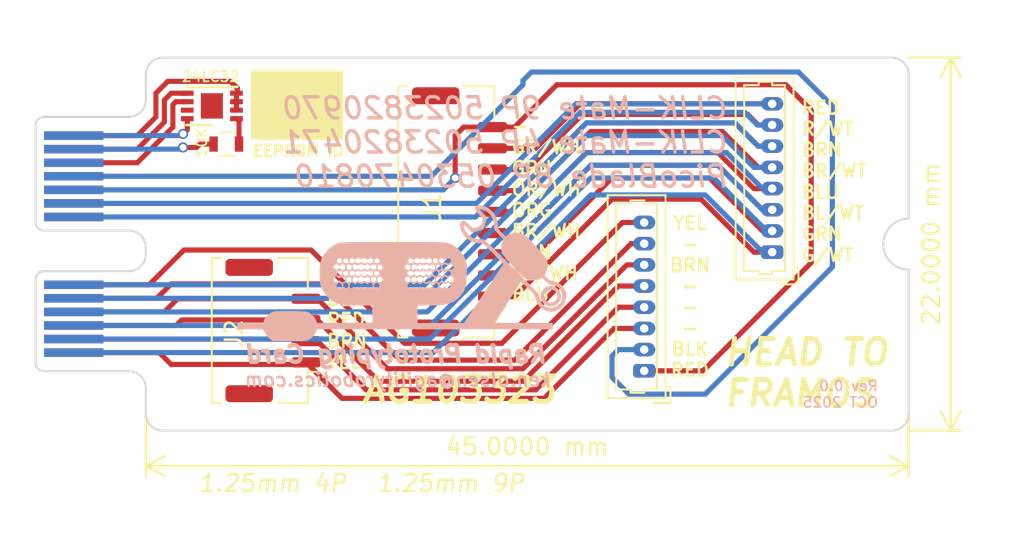
<source format=kicad_pcb>
(kicad_pcb (version 20211014) (generator pcbnew)
  (title_block (title "Beetje 32U4 Blok") (date "2018-08-10") (rev "0.0") (company "www.MakersBox.us") (comment 1 "648.ken@gmail.com"))
  (layers (0 "F.Cu" signal) (31 "B.Cu" signal) (34 "B.Paste" user) (35 "F.Paste" user) (36 "B.SilkS" user "B.Silkscreen") (37 "F.SilkS" user "F.Silkscreen") (38 "B.Mask" user) (39 "F.Mask" user) (44 "Edge.Cuts" user))
  (net 0 "")
  (net 1 "/10")
  (net 2 "/01")
  (net 3 "/02")
  (net 4 "/04")
  (net 5 "/05")
  (net 6 "/06")
  (net 7 "/07")
  (net 8 "/08")
  (net 9 "/09")
  (net 10 "/11")
  (net 11 "/12")
  (net 12 "/13")
  (net 13 "/14")
  (net 14 "/15")
  (net 15 "/16")
  (net 16 "/17")
  (net 17 "/18")
  (net 18 "/19")
  (net 19 "/20")
  (net 20 "/03")
  (net 21 "/D2_SDA")
  (net 22 "GND")
  (net 23 "/D3_SCL")
  (net 24 "+5V")
  (net 25 "/A")
  (net 26 "Net-(R1-Pad1)")
  (net 28 "/RESET")
  (footprint "footprints:MEC8-113-CARD_2" (layer "F.Cu") (at 0 -0.1 90)
    (fp_text reference "X0")
    (fp_text value "Card Edge")
    (fp_line (start -1 47.5) (end -1 7.5) (layer "Edge.Cuts") (width 0.12))
    (fp_line (start 17.5 0.5) (end 17.5 5.5) (layer "Edge.Cuts") (width 0.12))
    (fp_line (start 8.5 51.5) (end 1 51.5) (layer "Edge.Cuts") (width 0.12))
    (fp_line (start 8.4 0.5) (end 8.4 5.5) (layer "Edge.Cuts") (width 0.12))
    (fp_line (start 19 51.5) (end 20 51.5) (layer "Edge.Cuts") (width 0.12))
    (fp_line (start 19 6.5) (end 20 6.5) (layer "Edge.Cuts") (width 0.12))
    (fp_line (start 2.5 0.5) (end 2.5 5.5) (layer "Edge.Cuts") (width 0.12))
    (fp_line (start 0 6.5) (end 1 6.5) (layer "Edge.Cuts") (width 0.12))
    (fp_line (start 17 0) (end 11.3 0) (layer "Edge.Cuts") (width 0.12))
    (fp_line (start 21 50.5) (end 21 47.5) (layer "Edge.Cuts") (width 0.12))
    (fp_line (start 1 6.5) (end 1.5 6.5) (layer "Edge.Cuts") (width 0.12))
    (fp_line (start 21 7.5) (end 21 47.5) (layer "Edge.Cuts") (width 0.12))
    (fp_line (start -1 50.5) (end -1 47.5) (layer "Edge.Cuts") (width 0.12))
    (fp_line (start 0 51.5) (end 1 51.5) (layer "Edge.Cuts") (width 0.12))
    (fp_line (start 18.5 6.5) (end 19 6.5) (layer "Edge.Cuts") (width 0.12))
    (fp_line (start 10.8 5.5) (end 10.8 0.5) (layer "Edge.Cuts") (width 0.12))
    (fp_line (start 11.5 51.5) (end 19 51.5) (layer "Edge.Cuts") (width 0.12))
    (fp_line (start 3 0) (end 7.9 0) (layer "Edge.Cuts") (width 0.12))
    (fp_line (start 9.4 6.5) (end 9.8 6.5) (layer "Edge.Cuts") (width 0.12))
    (fp_arc (start -1 7.5) (mid -0.707107 6.792893) (end 0 6.5) (layer "Edge.Cuts") (width 0.12))
    (fp_arc (start 2.5 5.5) (mid 2.207107 6.207107) (end 1.5 6.5) (layer "Edge.Cuts") (width 0.12))
    (fp_arc (start 17 0) (mid 17.353553 0.146447) (end 17.5 0.5) (layer "Edge.Cuts") (width 0.12))
    (fp_arc (start 21 50.5) (mid 20.707107 51.207107) (end 20 51.5) (layer "Edge.Cuts") (width 0.12))
    (fp_arc (start 18.5 6.5) (mid 17.792893 6.207107) (end 17.5 5.5) (layer "Edge.Cuts") (width 0.12))
    (fp_arc (start 9.4 6.5) (mid 8.692893 6.207107) (end 8.4 5.5) (layer "Edge.Cuts") (width 0.12))
    (fp_arc (start 0 51.5) (mid -0.707107 51.207107) (end -1 50.5) (layer "Edge.Cuts") (width 0.12))
    (fp_arc (start 10.8 0.5) (mid 10.946447 0.146447) (end 11.3 0) (layer "Edge.Cuts") (width 0.12))
    (fp_arc (start 8.5 51.5) (mid 10 50) (end 11.5 51.5) (layer "Edge.Cuts") (width 0.12))
    (fp_arc (start 10.8 5.5) (mid 10.507107 6.207107) (end 9.8 6.5) (layer "Edge.Cuts") (width 0.12))
    (fp_arc (start 2.5 0.5) (mid 2.646447 0.146447) (end 3 0) (layer "Edge.Cuts") (width 0.12))
    (fp_arc (start 20 6.5) (mid 20.707107 6.792893) (end 21 7.5) (layer "Edge.Cuts") (width 0.12))
    (fp_arc (start 7.9 0) (mid 8.253553 0.146447) (end 8.4 0.5) (layer "Edge.Cuts") (width 0.12))
    (pad "1" smd rect locked (at 3.6 2.25 90) (size 0.5 3.5) (layers "B.Cu" "B.Paste" "B.Mask") (net 2 "/01"))
    (pad "2" smd rect locked (at 4.4 2.25 90) (size 0.5 3.5) (layers "B.Cu" "B.Paste" "B.Mask") (net 3 "/02"))
    (pad "3" smd rect locked (at 5.2 2.25 90) (size 0.5 3.5) (layers "B.Cu" "B.Paste" "B.Mask") (net 20 "/03"))
    (pad "4" smd rect locked (at 6 2.25 90) (size 0.5 3.5) (layers "B.Cu" "B.Paste" "B.Mask") (net 4 "/04"))
    (pad "5" smd rect locked (at 6.8 2.25 90) (size 0.5 3.5) (layers "B.Cu" "B.Paste" "B.Mask") (net 5 "/05"))
    (pad "6" smd rect locked (at 7.6 2.25 90) (size 0.5 3.5) (layers "B.Cu" "B.Paste" "B.Mask") (net 6 "/06"))
    (pad "7" smd rect locked (at 11.6 2.25 90) (size 0.5 3.5) (layers "B.Cu" "B.Paste" "B.Mask") (net 7 "/07"))
    (pad "8" smd rect locked (at 12.4 2.25 90) (size 0.5 3.5) (layers "B.Cu" "B.Paste" "B.Mask") (net 8 "/08"))
    (pad "9" smd rect locked (at 13.2 2.25 90) (size 0.5 3.5) (layers "B.Cu" "B.Paste" "B.Mask") (net 9 "/09"))
    (pad "10" smd rect locked (at 14 2.25 90) (size 0.5 3.5) (layers "B.Cu" "B.Paste" "B.Mask") (net 1 "/10"))
    (pad "11" smd rect locked (at 14.8 2.25 90) (size 0.5 3.5) (layers "B.Cu" "B.Paste" "B.Mask") (net 28 "/RESET"))
    (pad "12" smd rect locked (at 15.6 2.25 90) (size 0.5 3.5) (layers "B.Cu" "B.Paste" "B.Mask") (net 25 "/A"))
    (pad "13" smd rect locked (at 16.4 2.25 90) (size 0.5 3.5) (layers "B.Cu" "B.Paste" "B.Mask") (net 24 "+5V"))
    (pad "14" smd rect locked (at 3.6 2.25 90) (size 0.5 3.5) (layers "F.Cu" "F.Paste" "F.Mask") (net 10 "/11"))
    (pad "15" smd rect locked (at 4.4 2.25 90) (size 0.5 3.5) (layers "F.Cu" "F.Paste" "F.Mask") (net 11 "/12"))
    (pad "16" smd rect locked (at 5.2 2.25 90) (size 0.5 3.5) (layers "F.Cu" "F.Paste" "F.Mask") (net 12 "/13"))
    (pad "17" smd rect locked (at 6 2.25 90) (size 0.5 3.5) (layers "F.Cu" "F.Paste" "F.Mask") (net 13 "/14"))
    (pad "18" smd rect locked (at 6.8 2.25 90) (size 0.5 3.5) (layers "F.Cu" "F.Paste" "F.Mask") (net 14 "/15"))
    (pad "19" smd rect locked (at 7.6 2.25 90) (size 0.5 3.5) (layers "F.Cu" "F.Paste" "F.Mask") (net 15 "/16"))
    (pad "20" smd rect locked (at 11.6 2.25 90) (size 0.5 3.5) (layers "F.Cu" "F.Paste" "F.Mask") (net 16 "/17"))
    (pad "21" smd rect locked (at 12.4 2.25 90) (size 0.5 3.5) (layers "F.Cu" "F.Paste" "F.Mask") (net 17 "/18"))
    (pad "22" smd rect locked (at 13.2 2.25 90) (size 0.5 3.5) (layers "F.Cu" "F.Paste" "F.Mask") (net 18 "/19"))
    (pad "23" smd rect locked (at 14 2.25 90) (size 0.5 3.5) (layers "F.Cu" "F.Paste" "F.Mask") (net 19 "/20"))
    (pad "24" smd rect locked (at 14.8 2.25 90) (size 0.5 3.5) (layers "F.Cu" "F.Paste" "F.Mask") (net 23 "/D3_SCL"))
    (pad "25" smd rect locked (at 15.6 2.25 90) (size 0.5 3.5) (layers "F.Cu" "F.Paste" "F.Mask") (net 21 "/D2_SDA"))
    (pad "26" smd rect locked (at 16.4 2.25 90) (size 0.5 3.5) (layers "F.Cu" "F.Paste" "F.Mask") (net 22 "GND"))
  )
  (footprint "footprints:DFN-8-1EP_3x2mm" (layer "F.Cu") (at 10.4 -18.25 180)
    (fp_text reference "U1" hide)
    (fp_text value "24LC32" (at 0.075 1.725 180) (layer "F.SilkS") (effects (font (size 0.6 0.6) (thickness 0.1))))
    (pad "1" smd rect locked (at -1.45 -0.75 180) (size 0.75 0.3) (layers "F.Cu" "F.Paste" "F.Mask") (net 26 "Net-(R1-Pad1)"))
    (pad "2" smd rect locked (at -1.45 -0.25 180) (size 0.75 0.3) (layers "F.Cu" "F.Paste" "F.Mask") (net 22 "GND"))
    (pad "3" smd rect locked (at -1.45 0.25 180) (size 0.75 0.3) (layers "F.Cu" "F.Paste" "F.Mask") (net 22 "GND"))
    (pad "4" smd rect locked (at -1.45 0.75 180) (size 0.75 0.3) (layers "F.Cu" "F.Paste" "F.Mask") (net 22 "GND"))
    (pad "5" smd rect locked (at 1.45 0.75 180) (size 0.75 0.3) (layers "F.Cu" "F.Paste" "F.Mask") (net 21 "/D2_SDA"))
    (pad "6" smd rect locked (at 1.45 0.25 180) (size 0.75 0.3) (layers "F.Cu" "F.Paste" "F.Mask") (net 23 "/D3_SCL"))
    (pad "7" smd rect locked (at 1.45 -0.25 180) (size 0.75 0.3) (layers "F.Cu" "F.Paste" "F.Mask"))
    (pad "8" smd rect locked (at 1.45 -0.75 180) (size 0.75 0.3) (layers "F.Cu" "F.Paste" "F.Mask") (net 24 "+5V"))
    (pad "9" smd rect locked (at 0 0 180) (size 1.3 1.5) (layers "F.Cu" "F.Mask"))
  )
  (footprint "footprints:R_0603" (layer "F.Cu") (at 11.25 -16 180)
    (fp_text reference "R1")
    (fp_text value "10K" (at 1.45 0.1 90) (layer "F.SilkS") (effects (font (size 0.6 0.6) (thickness 0.1))))
    (pad "1" smd rect locked (at -0.75 0 180) (size 0.5 0.9) (layers "F.Cu" "F.Paste" "F.Mask") (net 26 "Net-(R1-Pad1)"))
    (pad "2" smd rect locked (at 0.75 0 180) (size 0.5 0.9) (layers "F.Cu" "F.Paste" "F.Mask") (net 25 "/A"))
  )
  (footprint "footprints:Molex_CLIK-Mate_502382-0970_1x09-1MP_P1.25mm_Vertical" (layer "F.Cu") (at 25 -12 90)
    (fp_text reference "J1" (at 0.3 -1.6 90) (layer "F.SilkS"))
    (fp_text value "1.25mm 9P" (at -16 -0.5 180) (layer "F.SilkS") (effects (font (thickness 0.15) italic)))
    (pad "1" smd roundrect (at -5 1.95 90) (size 0.6 1.7) (layers "F.Cu" "F.Paste" "F.Mask") (net 2 "/01"))
    (pad "2" smd roundrect (at -3.75 1.95 90) (size 0.6 1.7) (layers "F.Cu" "F.Paste" "F.Mask") (net 3 "/02"))
    (pad "3" smd roundrect (at -2.5 1.95 90) (size 0.6 1.7) (layers "F.Cu" "F.Paste" "F.Mask") (net 20 "/03"))
    (pad "4" smd roundrect (at -1.25 1.95 90) (size 0.6 1.7) (layers "F.Cu" "F.Paste" "F.Mask") (net 4 "/04"))
    (pad "5" smd roundrect (at 0 1.95 90) (size 0.6 1.7) (layers "F.Cu" "F.Paste" "F.Mask") (net 5 "/05"))
    (pad "6" smd roundrect (at 1.25 1.95 90) (size 0.6 1.7) (layers "F.Cu" "F.Paste" "F.Mask") (net 6 "/06"))
    (pad "7" smd roundrect (at 2.5 1.95 90) (size 0.6 1.7) (layers "F.Cu" "F.Paste" "F.Mask") (net 7 "/07"))
    (pad "8" smd roundrect (at 3.75 1.95 90) (size 0.6 1.7) (layers "F.Cu" "F.Paste" "F.Mask") (net 8 "/08"))
    (pad "9" smd roundrect (at 5 1.95 90) (size 0.6 1.7) (layers "F.Cu" "F.Paste" "F.Mask") (net 9 "/09"))
    (pad "MP" smd roundrect (at -6.85 -1.4 90) (size 1 2.8) (layers "F.Cu" "F.Paste" "F.Mask"))
    (pad "MP" smd roundrect (at 6.85 -1.4 90) (size 1 2.8) (layers "F.Cu" "F.Paste" "F.Mask"))
  )
  (footprint "footprints:Molex_CLIK-Mate_502382-0470_1x04-1MP_P1.25mm_Vertical" (layer "F.Cu") (at 14 -5 90)
    (fp_text reference "J2" (at -0.2 -2.3 90) (layer "F.SilkS"))
    (fp_text value "1.25mm 4P" (at -9 0 180) (layer "F.SilkS") (effects (font (thickness 0.15) italic)))
    (pad "1" smd roundrect (at -1.875 1.95 90) (size 0.6 1.7) (layers "F.Cu" "F.Paste" "F.Mask") (net 10 "/11"))
    (pad "2" smd roundrect (at -0.625 1.95 90) (size 0.6 1.7) (layers "F.Cu" "F.Paste" "F.Mask") (net 11 "/12"))
    (pad "3" smd roundrect (at 0.625 1.95 90) (size 0.6 1.7) (layers "F.Cu" "F.Paste" "F.Mask") (net 12 "/13"))
    (pad "4" smd roundrect (at 1.875 1.95 90) (size 0.6 1.7) (layers "F.Cu" "F.Paste" "F.Mask") (net 13 "/14"))
    (pad "MP" smd roundrect (at -3.725 -1.4 90) (size 1 2.8) (layers "F.Cu" "F.Paste" "F.Mask"))
    (pad "MP" smd roundrect (at 3.725 -1.4 90) (size 1 2.8) (layers "F.Cu" "F.Paste" "F.Mask"))
  )
  (footprint "footprints:Molex_PicoBlade_53047-0810_1x08_P1.25mm_Vertical" (layer "F.Cu") (at 35.9 -2.625 90)
    (fp_text reference "J4")
    (fp_text value "PicoBade 8P")
    (pad "1" thru_hole roundrect (at 0 0 90) (size 0.8 1.3) (drill 0.5) (layers *.Cu *.Mask) (net 9 "/09"))
    (pad "2" thru_hole oval (at 1.25 0 90) (size 0.8 1.3) (drill 0.5) (layers *.Cu *.Mask) (net 1 "/10"))
    (pad "3" thru_hole oval (at 2.5 0 90) (size 0.8 1.3) (drill 0.5) (layers *.Cu *.Mask) (net 10 "/11"))
    (pad "4" thru_hole oval (at 3.75 0 90) (size 0.8 1.3) (drill 0.5) (layers *.Cu *.Mask) (net 11 "/12"))
    (pad "5" thru_hole oval (at 5 0 90) (size 0.8 1.3) (drill 0.5) (layers *.Cu *.Mask) (net 12 "/13"))
    (pad "6" thru_hole oval (at 6.25 0 90) (size 0.8 1.3) (drill 0.5) (layers *.Cu *.Mask) (net 13 "/14"))
    (pad "7" thru_hole oval (at 7.5 0 90) (size 0.8 1.3) (drill 0.5) (layers *.Cu *.Mask) (net 14 "/15"))
    (pad "8" thru_hole oval (at 8.75 0 90) (size 0.8 1.3) (drill 0.5) (layers *.Cu *.Mask) (net 15 "/16"))
  )
  (footprint "footprints:Molex_PicoBlade_53047-0810_1x08_P1.25mm_Vertical" (layer "F.Cu") (at 43.45 -9.625 90)
    (fp_text reference "J3")
    (fp_text value "PicoBade 8P")
    (pad "1" thru_hole roundrect (at 0 0 90) (size 0.8 1.3) (drill 0.5) (layers *.Cu *.Mask) (net 2 "/01"))
    (pad "2" thru_hole oval (at 1.25 0 90) (size 0.8 1.3) (drill 0.5) (layers *.Cu *.Mask) (net 3 "/02"))
    (pad "3" thru_hole oval (at 2.5 0 90) (size 0.8 1.3) (drill 0.5) (layers *.Cu *.Mask) (net 20 "/03"))
    (pad "4" thru_hole oval (at 3.75 0 90) (size 0.8 1.3) (drill 0.5) (layers *.Cu *.Mask) (net 4 "/04"))
    (pad "5" thru_hole oval (at 5 0 90) (size 0.8 1.3) (drill 0.5) (layers *.Cu *.Mask) (net 5 "/05"))
    (pad "6" thru_hole oval (at 6.25 0 90) (size 0.8 1.3) (drill 0.5) (layers *.Cu *.Mask) (net 6 "/06"))
    (pad "7" thru_hole oval (at 7.5 0 90) (size 0.8 1.3) (drill 0.5) (layers *.Cu *.Mask) (net 7 "/07"))
    (pad "8" thru_hole oval (at 8.75 0 90) (size 0.8 1.3) (drill 0.5) (layers *.Cu *.Mask) (net 8 "/08"))
  )
  (footprint "footprints:Digiroy" (layer "B.Cu") (at 21.6 -8.4 180)
    (fp_text reference "G***" hide)
    (fp_text value "LOGO" hide)
  )
  (gr_poly (pts (xy 18.1 -16.3) (xy 12.75 -16.3) (xy 12.75 -20.3) (xy 18.1 -20.3)) (layer "F.SilkS") (width 0.1) (fill solid))
  (gr_text "Rev 0.0\nOCT 2025" (at 49.75 -1.25) (layer "B.SilkS") (effects (font (size 0.6 0.6) (thickness 0.1)) (justify left mirror)))
  (gr_text "ken.olsen@agilityrobotics.com" (at 21.4 -2.1) (layer "B.SilkS") (effects (font (size 0.8 0.8) (thickness 0.15) italic) (justify mirror)))
  (gr_text "CLIK-Mate 9P 5023820970\nCLIK-Mate 4P 5023820471\nPicoBlade 8P 0530470810" (at 41 -16.1) (layer "B.SilkS") (effects (font (size 1.25 1.25) (thickness 0.2) italic) (justify left mirror)))
  (gr_text "Rapid Prototyping Card" (at 21.3 -3.6) (layer "B.SilkS") (effects (font (size 1 1) (thickness 0.25) italic) (justify mirror)))
  (gr_text "EEPROM ID" (at 15.5 -15.6) (layer "F.SilkS") (effects (font (size 0.65 0.65))))
  (gr_text "-\nGR/WH\nGRN\nOR/WH\nORG\nBR/WH\nBRN\nBL/WH\nBLU\n" (at 28 -12.1) (layer "F.SilkS") (effects (font (size 0.77 0.77)) (justify left)))
  (gr_text "RED\nR/WT\nBRN\nBR/WT\nBLU\nBL/WT\nGRN\nG/WT" (at 45.1 -13.8) (layer "F.SilkS") (effects (font (size 0.77 0.77)) (justify left)))
  (gr_text "AG103323\n" (at 25 -1.5) (layer "F.SilkS") (effects (font (size 1.5 1.5) (thickness 0.3) italic)))
  (gr_text "HEAD TO \nFRAMOS" (at 40.5 -2.5) (layer "F.SilkS") (effects (font (size 1.5 1.5) (thickness 0.3) italic) (justify left)))
  (gr_text "BLK\nRED\nBRN\nYEL" (at 17.1 -5) (layer "F.SilkS") (effects (font (size 0.77 0.77)) (justify left)))
  (gr_text "YEL\n-\nBRN\n-\n-\n-\nBLK\nRED" (at 38.6 -7) (layer "F.SilkS") (effects (font (size 0.77 0.77))))
  (dimension (type aligned) (layer "F.SilkS") (pts (xy 51.5 -0.1) (xy 6.5 -0.1)) (height -3.1) (gr_text "45.0000 mm" (at 29 1.85) (layer "F.SilkS") (effects (font (size 1 1) (thickness 0.15)))) (format (units 2) (units_format 1) (precision 4)) (style (thickness 0.15) (arrow_length 1.27) (text_position_mode 0) (extension_height 0.58642) (extension_offset 0) keep_text_aligned))
  (dimension (type aligned) (layer "F.SilkS") (pts (xy 51.475 -21.1) (xy 51.475 0.9)) (height -2.5) (gr_text "22.0000 mm" (at 52.825 -10.1 90) (layer "F.SilkS") (effects (font (size 1 1) (thickness 0.15)))) (format (units 2) (units_format 1) (precision 4)) (style (thickness 0.15) (arrow_length 1.27) (text_position_mode 0) (extension_height 0.58642) (extension_offset 0) keep_text_aligned))
  (segment (start 28.75 -19.5) (end 28.75 -19.75) (width 0.3048) (layer "B.Cu") (net 1))
  (segment (start 47 -18.25) (end 47 -8.75) (width 0.3048) (layer "B.Cu") (net 1))
  (segment (start 35 -1.25) (end 34 -2.25) (width 0.3048) (layer "B.Cu") (net 1))
  (segment (start 34 -2.25) (end 34 -3.5) (width 0.3048) (layer "B.Cu") (net 1))
  (segment (start 34.375 -3.875) (end 35.9 -3.875) (width 0.3048) (layer "B.Cu") (net 1))
  (segment (start 45 -20.25) (end 47 -18.25) (width 0.3048) (layer "B.Cu") (net 1))
  (segment (start 23.35 -14.1) (end 28.75 -19.5) (width 0.3048) (layer "B.Cu") (net 1))
  (segment (start 47 -8.75) (end 39.5 -1.25) (width 0.3048) (layer "B.Cu") (net 1))
  (segment (start 28.75 -19.75) (end 29.25 -20.25) (width 0.3048) (layer "B.Cu") (net 1))
  (segment (start 29.25 -20.25) (end 45 -20.25) (width 0.3048) (layer "B.Cu") (net 1))
  (segment (start 34 -3.5) (end 34.375 -3.875) (width 0.3048) (layer "B.Cu") (net 1))
  (segment (start 39.5 -1.25) (end 35 -1.25) (width 0.3048) (layer "B.Cu") (net 1))
  (segment (start 2.25 -14.1) (end 23.35 -14.1) (width 0.3048) (layer "B.Cu") (net 1))
  (segment (start 42.375 -9.625) (end 39.25 -12.75) (width 0.3048) (layer "F.Cu") (net 2))
  (segment (start 39.25 -12.75) (end 34 -12.75) (width 0.3048) (layer "F.Cu") (net 2))
  (segment (start 34 -12.75) (end 28.25 -7) (width 0.3048) (layer "F.Cu") (net 2))
  (segment (start 28.25 -7) (end 26.95 -7) (width 0.3048) (layer "F.Cu") (net 2))
  (segment (start 43.45 -9.625) (end 42.375 -9.625) (width 0.3048) (layer "F.Cu") (net 2))
  (segment (start 43.45 -9.625) (end 42.875 -9.625) (width 0.3048) (layer "B.Cu") (net 2))
  (segment (start 39.5 -13) (end 32.75 -13) (width 0.3048) (layer "B.Cu") (net 2))
  (segment (start 32.75 -13) (end 23.45 -3.7) (width 0.3048) (layer "B.Cu") (net 2))
  (segment (start 42.875 -9.625) (end 39.5 -13) (width 0.3048) (layer "B.Cu") (net 2))
  (segment (start 23.45 -3.7) (end 2.25 -3.7) (width 0.3048) (layer "B.Cu") (net 2))
  (segment (start 43.45 -10.875) (end 42.875 -10.875) (width 0.3048) (layer "F.Cu") (net 3))
  (segment (start 28.25 -8.25) (end 34 -14) (width 0.3048) (layer "F.Cu") (net 3))
  (segment (start 39.75 -14) (end 34 -14) (width 0.3048) (layer "F.Cu") (net 3))
  (segment (start 26.95 -8.25) (end 28.25 -8.25) (width 0.3048) (layer "F.Cu") (net 3))
  (segment (start 39.75 -14) (end 42.875 -10.875) (width 0.3048) (layer "F.Cu") (net 3))
  (segment (start 43.45 -10.875) (end 43.125 -10.875) (width 0.3048) (layer "B.Cu") (net 3))
  (segment (start 40 -14) (end 32.75 -14) (width 0.3048) (layer "B.Cu") (net 3))
  (segment (start 43.125 -10.875) (end 40 -14) (width 0.3048) (layer "B.Cu") (net 3))
  (segment (start 23.25 -4.5) (end 2.25 -4.5) (width 0.3048) (layer "B.Cu") (net 3))
  (segment (start 32.75 -14) (end 23.25 -4.5) (width 0.3048) (layer "B.Cu") (net 3))
  (segment (start 42.375 -13.375) (end 40.25 -15.5) (width 0.3048) (layer "F.Cu") (net 4))
  (segment (start 27.75 -10.75) (end 26.95 -10.75) (width 0.3048) (layer "F.Cu") (net 4))
  (segment (start 32.5 -15.5) (end 27.75 -10.75) (width 0.3048) (layer "F.Cu") (net 4))
  (segment (start 40.25 -15.5) (end 32.5 -15.5) (width 0.3048) (layer "F.Cu") (net 4))
  (segment (start 43.45 -13.375) (end 42.375 -13.375) (width 0.3048) (layer "F.Cu") (net 4))
  (segment (start 32.5 -15.5) (end 40.75 -15.5) (width 0.3048) (layer "B.Cu") (net 4))
  (segment (start 23.1 -6.1) (end 32.5 -15.5) (width 0.3048) (layer "B.Cu") (net 4))
  (segment (start 2.25 -6.1) (end 23.1 -6.1) (width 0.3048) (layer "B.Cu") (net 4))
  (segment (start 40.75 -15.5) (end 42.75 -13.5) (width 0.3048) (layer "B.Cu") (net 4))
  (segment (start 32.7404 -16.7404) (end 28 -12) (width 0.3048) (layer "F.Cu") (net 5))
  (segment (start 43.45 -14.625) (end 42.625 -14.625) (width 0.3048) (layer "F.Cu") (net 5))
  (segment (start 42.625 -14.625) (end 40.5096 -16.7404) (width 0.3048) (layer "F.Cu") (net 5))
  (segment (start 28 -12) (end 26.95 -12) (width 0.3048) (layer "F.Cu") (net 5))
  (segment (start 40.5096 -16.7404) (end 32.7404 -16.7404) (width 0.3048) (layer "F.Cu") (net 5))
  (segment (start 42.375 -14.625) (end 43.45 -14.625) (width 0.3048) (layer "B.Cu") (net 5))
  (segment (start 22.9 -6.9) (end 32.5 -16.5) (width 0.3048) (layer "B.Cu") (net 5))
  (segment (start 2.25 -6.9) (end 22.9 -6.9) (width 0.3048) (layer "B.Cu") (net 5))
  (segment (start 40.5 -16.5) (end 42.375 -14.625) (width 0.3048) (layer "B.Cu") (net 5))
  (segment (start 32.5 -16.5) (end 40.5 -16.5) (width 0.3048) (layer "B.Cu") (net 5))
  (segment (start 32.4952 -17.2452) (end 28.5 -13.25) (width 0.3048) (layer "F.Cu") (net 6))
  (segment (start 42.625 -15.875) (end 41.2548 -17.2452) (width 0.3048) (layer "F.Cu") (net 6))
  (segment (start 41.2548 -17.2452) (end 32.4952 -17.2452) (width 0.3048) (layer "F.Cu") (net 6))
  (segment (start 43.45 -15.875) (end 42.625 -15.875) (width 0.3048) (layer "F.Cu") (net 6))
  (segment (start 28.5 -13.25) (end 26.95 -13.25) (width 0.3048) (layer "F.Cu") (net 6))
  (segment (start 2.25 -7.7) (end 22.95 -7.7) (width 0.3048) (layer "B.Cu") (net 6))
  (segment (start 22.95 -7.7) (end 32.5 -17.25) (width 0.3048) (layer "B.Cu") (net 6))
  (segment (start 42.625 -15.875) (end 43.45 -15.875) (width 0.3048) (layer "B.Cu") (net 6))
  (segment (start 32.5 -17.25) (end 41.25 -17.25) (width 0.3048) (layer "B.Cu") (net 6))
  (segment (start 41.25 -17.25) (end 42.625 -15.875) (width 0.3048) (layer "B.Cu") (net 6))
  (segment (start 43.45 -17.125) (end 42.625 -17.125) (width 0.3048) (layer "F.Cu") (net 7))
  (segment (start 32.25 -17.75) (end 29 -14.5) (width 0.3048) (layer "F.Cu") (net 7))
  (segment (start 42 -17.75) (end 32.25 -17.75) (width 0.3048) (layer "F.Cu") (net 7))
  (segment (start 29 -14.5) (end 26.95 -14.5) (width 0.3048) (layer "F.Cu") (net 7))
  (segment (start 42.625 -17.125) (end 42 -17.75) (width 0.3048) (layer "F.Cu") (net 7))
  (segment (start 43.45 -17.125) (end 42.575 -17.125) (width 0.3048) (layer "B.Cu") (net 7))
  (segment (start 42.575 -17.125) (end 41.8298 -17.8702) (width 0.3048) (layer "B.Cu") (net 7))
  (segment (start 2.25 -11.7) (end 25.95 -11.7) (width 0.3048) (layer "B.Cu") (net 7))
  (segment (start 32.1202 -17.8702) (end 41.8298 -17.8702) (width 0.3048) (layer "B.Cu") (net 7))
  (segment (start 25.95 -11.7) (end 32.1202 -17.8702) (width 0.3048) (layer "B.Cu") (net 7))
  (segment (start 43.45 -18.375) (end 32.125 -18.375) (width 0.3048) (layer "F.Cu") (net 8))
  (segment (start 32.125 -18.375) (end 29.5 -15.75) (width 0.3048) (layer "F.Cu") (net 8))
  (segment (start 29.5 -15.75) (end 26.95 -15.75) (width 0.3048) (layer "F.Cu") (net 8))
  (segment (start 43.45 -18.375) (end 31.875 -18.375) (width 0.3048) (layer "B.Cu") (net 8))
  (segment (start 26 -12.5) (end 2.25 -12.5) (width 0.3048) (layer "B.Cu") (net 8))
  (segment (start 31.875 -18.375) (end 26 -12.5) (width 0.3048) (layer "B.Cu") (net 8))
  (segment (start 39.375 -2.625) (end 35.9 -2.625) (width 0.3048) (layer "F.Cu") (net 9))
  (segment (start 45.75 -18) (end 45.75 -9) (width 0.3048) (layer "F.Cu") (net 9))
  (segment (start 45.75 -9) (end 39.375 -2.625) (width 0.3048) (layer "F.Cu") (net 9))
  (segment (start 24.75 -16.5) (end 25.25 -17) (width 0.3048) (layer "F.Cu") (net 9))
  (segment (start 30.75 -19.5) (end 44.25 -19.5) (width 0.3048) (layer "F.Cu") (net 9))
  (segment (start 28.25 -17) (end 30.75 -19.5) (width 0.3048) (layer "F.Cu") (net 9))
  (segment (start 24.75 -14) (end 24.75 -16.5) (width 0.3048) (layer "F.Cu") (net 9))
  (segment (start 25.25 -17) (end 26.95 -17) (width 0.3048) (layer "F.Cu") (net 9))
  (segment (start 44.25 -19.5) (end 45.75 -18) (width 0.3048) (layer "F.Cu") (net 9))
  (segment (start 26.95 -17) (end 28.25 -17) (width 0.3048) (layer "F.Cu") (net 9))
  (via (at 24.75 -14) (size 0.6) (drill 0.4) (layers "F.Cu" "B.Cu") (net 9))
  (segment (start 2.25 -13.3) (end 24.05 -13.3) (width 0.3048) (layer "B.Cu") (net 9))
  (segment (start 24.05 -13.3) (end 24.75 -14) (width 0.3048) (layer "B.Cu") (net 9))
  (segment (start 7.3 -3.7) (end 8 -3) (width 0.3048) (layer "F.Cu") (net 10))
  (segment (start 2.25 -3.7) (end 7.3 -3.7) (width 0.3048) (layer "F.Cu") (net 10))
  (segment (start 8 -3) (end 15.825 -3) (width 0.3048) (layer "F.Cu") (net 10))
  (segment (start 15.825 -3) (end 15.95 -3.125) (width 0.3048) (layer "F.Cu") (net 10))
  (segment (start 15.95 -3.125) (end 18.075 -1) (width 0.3048) (layer "F.Cu") (net 10))
  (segment (start 34.125 -5.125) (end 35.9 -5.125) (width 0.3048) (layer "F.Cu") (net 10))
  (segment (start 30 -1) (end 34.125 -5.125) (width 0.3048) (layer "F.Cu") (net 10))
  (segment (start 18.075 -1) (end 30 -1) (width 0.3048) (layer "F.Cu") (net 10))
  (segment (start 19.4952 -1.5048) (end 16.625 -4.375) (width 0.3048) (layer "F.Cu") (net 11))
  (segment (start 15.825 -4.5) (end 15.95 -4.375) (width 0.3048) (layer "F.Cu") (net 11))
  (segment (start 16.625 -4.375) (end 15.95 -4.375) (width 0.3048) (layer "F.Cu") (net 11))
  (segment (start 35.9 -6.375) (end 34.375 -6.375) (width 0.3048) (layer "F.Cu") (net 11))
  (segment (start 29.5048 -1.5048) (end 19.4952 -1.5048) (width 0.3048) (layer "F.Cu") (net 11))
  (segment (start 2.25 -4.5) (end 15.825 -4.5) (width 0.3048) (layer "F.Cu") (net 11))
  (segment (start 34.375 -6.375) (end 29.5048 -1.5048) (width 0.3048) (layer "F.Cu") (net 11))
  (segment (start 28.7596 -2.0096) (end 34.375 -7.625) (width 0.3048) (layer "F.Cu") (net 12))
  (segment (start 15.95 -5.625) (end 16.625 -5.625) (width 0.3048) (layer "F.Cu") (net 12))
  (segment (start 15.95 -5.625) (end 8.6202 -5.625) (width 0.3048) (layer "F.Cu") (net 12))
  (segment (start 8.3 -5.3) (end 8.6202 -5.6202) (width 0.3048) (layer "F.Cu") (net 12))
  (segment (start 2.25 -5.3) (end 8.3 -5.3) (width 0.3048) (layer "F.Cu") (net 12))
  (segment (start 20.2404 -2.0096) (end 28.7596 -2.0096) (width 0.3048) (layer "F.Cu") (net 12))
  (segment (start 16.625 -5.625) (end 20.2404 -2.0096) (width 0.3048) (layer "F.Cu") (net 12))
  (segment (start 34.375 -7.625) (end 35.9 -7.625) (width 0.3048) (layer "F.Cu") (net 12))
  (segment (start 8.6202 -5.6202) (end 8.6202 -5.625) (width 0.3048) (layer "F.Cu") (net 12))
  (segment (start 2.25 -6.1) (end 7.6 -6.1) (width 0.3048) (layer "F.Cu") (net 13))
  (segment (start 8.375 -6.875) (end 15.95 -6.875) (width 0.3048) (layer "F.Cu") (net 13))
  (segment (start 7.6 -6.1) (end 8.375 -6.875) (width 0.3048) (layer "F.Cu") (net 13))
  (segment (start 34.875 -8.875) (end 35.9 -8.875) (width 0.3048) (layer "F.Cu") (net 13))
  (segment (start 15.95 -6.875) (end 16.625 -6.875) (width 0.3048) (layer "F.Cu") (net 13))
  (segment (start 16.625 -6.875) (end 20.75 -2.75) (width 0.3048) (layer "F.Cu") (net 13))
  (segment (start 28.75 -2.75) (end 34.875 -8.875) (width 0.3048) (layer "F.Cu") (net 13))
  (segment (start 20.75 -2.75) (end 28.75 -2.75) (width 0.3048) (layer "F.Cu") (net 13))
  (segment (start 8 -7.75) (end 17 -7.75) (width 0.3048) (layer "F.Cu") (net 14))
  (segment (start 17 -7.75) (end 21.4952 -3.2548) (width 0.3048) (layer "F.Cu") (net 14))
  (segment (start 2.25 -6.9) (end 7.15 -6.9) (width 0.3048) (layer "F.Cu") (net 14))
  (segment (start 7.15 -6.9) (end 8 -7.75) (width 0.3048) (layer "F.Cu") (net 14))
  (segment (start 35.125 -10.125) (end 35.9 -10.125) (width 0.3048) (layer "F.Cu") (net 14))
  (segment (start 21.4952 -3.2548) (end 28.2548 -3.2548) (width 0.3048) (layer "F.Cu") (net 14))
  (segment (start 28.2548 -3.2548) (end 35.125 -10.125) (width 0.3048) (layer "F.Cu") (net 14))
  (segment (start 21.75 -4.25) (end 27.5 -4.25) (width 0.3048) (layer "F.Cu") (net 15))
  (segment (start 16.25 -9.75) (end 21.75 -4.25) (width 0.3048) (layer "F.Cu") (net 15))
  (segment (start 27.5 -4.25) (end 34.625 -11.375) (width 0.3048) (layer "F.Cu") (net 15))
  (segment (start 6.7 -7.7) (end 8.75 -9.75) (width 0.3048) (layer "F.Cu") (net 15))
  (segment (start 2.25 -7.7) (end 6.7 -7.7) (width 0.3048) (layer "F.Cu") (net 15))
  (segment (start 34.625 -11.375) (end 35.9 -11.375) (width 0.3048) (layer "F.Cu") (net 15))
  (segment (start 8.75 -9.75) (end 16.25 -9.75) (width 0.3048) (layer "F.Cu") (net 15))
  (segment (start 42.875 -12.125) (end 40.25 -14.75) (width 0.3048) (layer "F.Cu") (net 20))
  (segment (start 32.75 -14.75) (end 27.5 -9.5) (width 0.3048) (layer "F.Cu") (net 20))
  (segment (start 27.5 -9.5) (end 26.95 -9.5) (width 0.3048) (layer "F.Cu") (net 20))
  (segment (start 40.25 -14.75) (end 32.75 -14.75) (width 0.3048) (layer "F.Cu") (net 20))
  (segment (start 43.45 -12.125) (end 42.875 -12.125) (width 0.3048) (layer "F.Cu") (net 20))
  (segment (start 43.45 -12.125) (end 42.875 -12.125) (width 0.3048) (layer "B.Cu") (net 20))
  (segment (start 40.25 -14.75) (end 32.75 -14.75) (width 0.3048) (layer "B.Cu") (net 20))
  (segment (start 23.3 -5.3) (end 2.25 -5.3) (width 0.3048) (layer "B.Cu") (net 20))
  (segment (start 32.75 -14.75) (end 23.3 -5.3) (width 0.3048) (layer "B.Cu") (net 20))
  (segment (start 42.875 -12.125) (end 40.25 -14.75) (width 0.3048) (layer "B.Cu") (net 20))
  (segment (start 7.6 -17.3) (end 6 -15.7) (width 0.3) (layer "F.Cu") (net 21))
  (segment (start 7.6 -17.3) (end 7.6 -18.6) (width 0.3) (layer "F.Cu") (net 21))
  (segment (start 8 -19) (end 8.95 -19) (width 0.3) (layer "F.Cu") (net 21))
  (segment (start 7.6 -18.6) (end 8 -19) (width 0.3) (layer "F.Cu") (net 21))
  (segment (start 6 -15.7) (end 2.25 -15.7) (width 0.3) (layer "F.Cu") (net 21))
  (segment (start 7.1 -17.6) (end 7.1 -19) (width 0.3) (layer "F.Cu") (net 22))
  (segment (start 7.8 -19.7) (end 11.5 -19.7) (width 0.3) (layer "F.Cu") (net 22))
  (segment (start 2.25 -16.5) (end 6 -16.5) (width 0.3) (layer "F.Cu") (net 22))
  (segment (start 11.85 -19) (end 11.85 -18.5) (width 0.3) (layer "F.Cu") (net 22))
  (segment (start 7.1 -19) (end 7.8 -19.7) (width 0.3) (layer "F.Cu") (net 22))
  (segment (start 6 -16.5) (end 7.1 -17.6) (width 0.3) (layer "F.Cu") (net 22))
  (segment (start 11.9 -19.05) (end 11.85 -19) (width 0.3) (layer "F.Cu") (net 22))
  (segment (start 11.9 -19.3) (end 11.9 -19.05) (width 0.3) (layer "F.Cu") (net 22))
  (segment (start 11.5 -19.7) (end 11.9 -19.3) (width 0.3) (layer "F.Cu") (net 22))
  (segment (start 11.85 -18.5) (end 11.85 -18) (width 0.3) (layer "F.Cu") (net 22))
  (segment (start 8.1 -18.325) (end 8.1 -17) (width 0.3) (layer "F.Cu") (net 23))
  (segment (start 2.25 -14.9) (end 6 -14.9) (width 0.3) (layer "F.Cu") (net 23))
  (segment (start 6 -14.9) (end 8.1 -17) (width 0.3) (layer "F.Cu") (net 23))
  (segment (start 8.275 -18.5) (end 8.1 -18.325) (width 0.3) (layer "F.Cu") (net 23))
  (segment (start 8.95 -18.5) (end 8.275 -18.5) (width 0.3) (layer "F.Cu") (net 23))
  (segment (start 8.95 -17.5) (end 8.95 -16.85) (width 0.3) (layer "F.Cu") (net 24))
  (segment (start 8.95 -16.85) (end 8.7 -16.6) (width 0.3) (layer "F.Cu") (net 24))
  (via (at 8.7 -16.6) (size 0.6) (drill 0.4) (layers "F.Cu" "B.Cu") (net 24))
  (segment (start 2.25 -16.5) (end 8.6 -16.5) (width 0.3) (layer "B.Cu") (net 24))
  (segment (start 8.6 -16.5) (end 8.7 -16.6) (width 0.3) (layer "B.Cu") (net 24))
  (segment (start 9.5 -15.8) (end 9.7 -16) (width 0.3) (layer "F.Cu") (net 25))
  (segment (start 9.7 -16) (end 10.5 -16) (width 0.3) (layer "F.Cu") (net 25))
  (segment (start 8.7 -15.8) (end 9.5 -15.8) (width 0.3) (layer "F.Cu") (net 25))
  (via (at 8.7 -15.8) (size 0.6) (drill 0.4) (layers "F.Cu" "B.Cu") (net 25))
  (segment (start 2.25 -15.7) (end 8.6 -15.7) (width 0.3) (layer "B.Cu") (net 25))
  (segment (start 8.6 -15.7) (end 8.7 -15.8) (width 0.3) (layer "B.Cu") (net 25))
  (segment (start 12 -16) (end 12 -17.35) (width 0.3) (layer "F.Cu") (net 26))
  (segment (start 12 -17.35) (end 11.85 -17.5) (width 0.3) (layer "F.Cu") (net 26))
)
</source>
